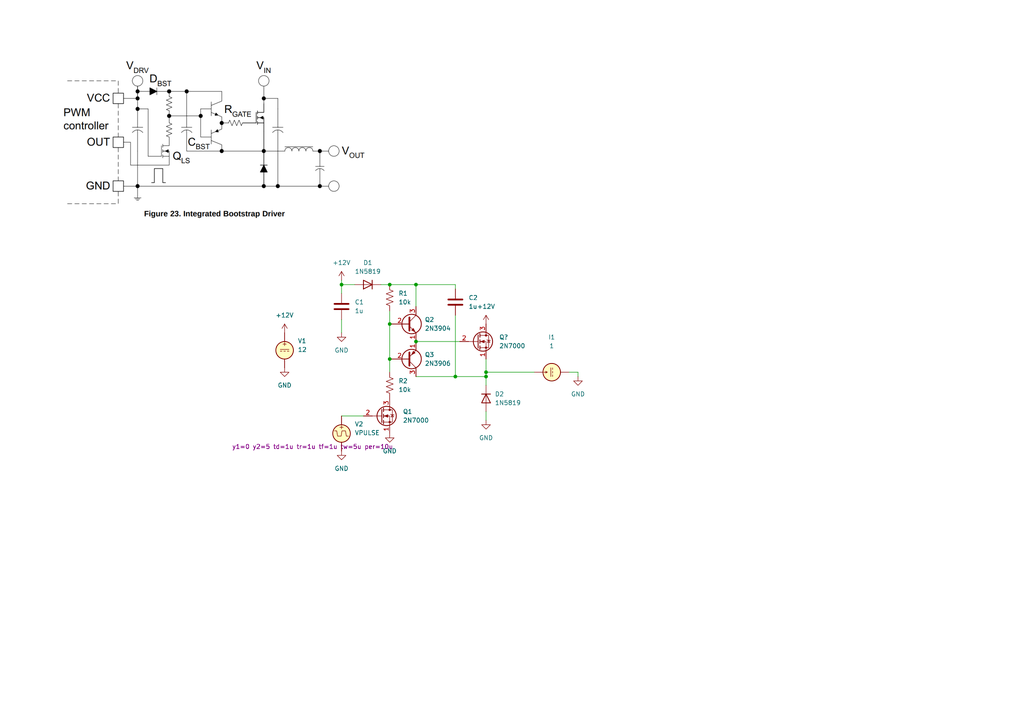
<source format=kicad_sch>
(kicad_sch (version 20211123) (generator eeschema)
  (paper "A4")
  (lib_symbols
    (symbol "Device:C" (pin_numbers hide) (pin_names (offset 0.254))
      (property "Reference" "C" (at 0.635 2.54 0))
      (property "Value" "C" (at 0.635 -2.54 0))
      (symbol "C_0_1"
        (polyline (pts (xy -2.032 -0.762) (xy 2.032 -0.762)) (stroke (width 0.508)))
        (polyline (pts (xy -2.032 0.762) (xy 2.032 0.762)) (stroke (width 0.508)))
      )
      (symbol "C_1_1"
        (pin passive line (at 0 3.81 270) (length 2.794) (name "~") (number "1"))
        (pin passive line (at 0 -3.81 90) (length 2.794) (name "~") (number "2"))
      )
    )
    (symbol "Device:D" (pin_numbers hide) (pin_names (offset 1.016) hide)
      (property "Reference" "D" (at 0 2.54 0))
      (property "Value" "D" (at 0 -2.54 0))
      (symbol "D_0_1"
        (polyline (pts (xy -1.27 1.27) (xy -1.27 -1.27)) (stroke (width 0.254)))
        (polyline (pts (xy 1.27 0) (xy -1.27 0)))
        (polyline (pts (xy 1.27 1.27) (xy 1.27 -1.27) (xy -1.27 0) (xy 1.27 1.27)) (stroke (width 0.254)))
      )
      (symbol "D_1_1"
        (pin passive line (at -3.81 0 0) (length 2.54) (name "K") (number "1"))
        (pin passive line (at 3.81 0 180) (length 2.54) (name "A") (number "2"))
      )
    )
    (symbol "Device:R_US" (pin_numbers hide) (pin_names (offset 0))
      (property "Reference" "R" (at 2.54 0 90))
      (property "Value" "R_US" (at -2.54 0 90))
      (symbol "R_US_0_1"
        (polyline (pts (xy 0 -2.286) (xy 0 -2.54)))
        (polyline (pts (xy 0 2.286) (xy 0 2.54)))
        (polyline (pts (xy 0 -0.762) (xy 1.016 -1.143) (xy 0 -1.524) (xy -1.016 -1.905) (xy 0 -2.286)))
        (polyline (pts (xy 0 0.762) (xy 1.016 0.381) (xy 0 0) (xy -1.016 -0.381) (xy 0 -0.762)))
        (polyline (pts (xy 0 2.286) (xy 1.016 1.905) (xy 0 1.524) (xy -1.016 1.143) (xy 0 0.762)))
      )
      (symbol "R_US_1_1"
        (pin passive line (at 0 3.81 270) (length 1.27) (name "~") (number "1"))
        (pin passive line (at 0 -3.81 90) (length 1.27) (name "~") (number "2"))
      )
    )
    (symbol "Simulation_SPICE:IDC" (pin_numbers hide) (pin_names (offset 0.0254))
      (property "Reference" "I" (at 2.54 2.54 0))
      (property "Value" "IDC" (at 2.54 0 0))
      (property "Spice_Model" "dc(1)" (at 2.54 -2.54 0))
      (symbol "IDC_0_0"
        (polyline (pts (xy -1.27 0.254) (xy 1.27 0.254)))
        (polyline (pts (xy -0.762 -0.254) (xy -1.27 -0.254)))
        (polyline (pts (xy 0.254 -0.254) (xy -0.254 -0.254)))
        (polyline (pts (xy 1.27 -0.254) (xy 0.762 -0.254)))
      )
      (symbol "IDC_0_1"
        (polyline (pts (xy 0 1.27) (xy 0 2.286)))
        (polyline (pts (xy -0.254 1.778) (xy 0 1.27) (xy 0.254 1.778)))
        (circle (center 0 0) (radius 2.54) (stroke (width 0.254)) (fill (type background)))
      )
      (symbol "IDC_1_1"
        (pin passive line (at 0 5.08 270) (length 2.54) (name "~") (number "1"))
        (pin passive line (at 0 -5.08 90) (length 2.54) (name "~") (number "2"))
      )
    )
    (symbol "Simulation_SPICE:VDC" (pin_numbers hide) (pin_names (offset 0.0254))
      (property "Reference" "V" (at 2.54 2.54 0))
      (property "Value" "VDC" (at 2.54 0 0))
      (property "Spice_Model" "dc(1)" (at 2.54 -2.54 0))
      (symbol "VDC_0_0"
        (polyline (pts (xy -1.27 0.254) (xy 1.27 0.254)))
        (polyline (pts (xy -0.762 -0.254) (xy -1.27 -0.254)))
        (polyline (pts (xy 0.254 -0.254) (xy -0.254 -0.254)))
        (polyline (pts (xy 1.27 -0.254) (xy 0.762 -0.254)))
        (text "+" (at 0 1.905 0) (effects (font (size 1.27 1.27))))
      )
      (symbol "VDC_0_1"
        (circle (center 0 0) (radius 2.54) (stroke (width 0.254)) (fill (type background)))
      )
      (symbol "VDC_1_1"
        (pin passive line (at 0 5.08 270) (length 2.54) (name "~") (number "1"))
        (pin passive line (at 0 -5.08 90) (length 2.54) (name "~") (number "2"))
      )
    )
    (symbol "Simulation_SPICE:VPULSE" (pin_numbers hide) (pin_names (offset 0.0254))
      (property "Reference" "V" (at 2.54 2.54 0))
      (property "Value" "VPULSE" (at 2.54 0 0))
      (property "Spice_Model" "pulse(0 1 2n 2n 2n 50n 100n)" (at 2.54 -2.54 0))
      (symbol "VPULSE_0_0"
        (polyline (pts (xy -2.032 -0.762) (xy -1.397 -0.762) (xy -1.143 0.762) (xy -0.127 0.762) (xy 0.127 -0.762) (xy 1.143 -0.762) (xy 1.397 0.762) (xy 2.032 0.762)))
        (text "+" (at 0 1.905 0) (effects (font (size 1.27 1.27))))
      )
      (symbol "VPULSE_0_1"
        (circle (center 0 0) (radius 2.54) (stroke (width 0.254)) (fill (type background)))
      )
      (symbol "VPULSE_1_1"
        (pin passive line (at 0 5.08 270) (length 2.54) (name "~") (number "1"))
        (pin passive line (at 0 -5.08 90) (length 2.54) (name "~") (number "2"))
      )
    )
    (symbol "Transistor_BJT:2N3904" (pin_names (offset 0) hide)
      (property "Reference" "Q" (at 5.08 1.905 0))
      (property "Value" "2N3904" (at 5.08 0 0))
      (symbol "2N3904_0_1"
        (polyline (pts (xy 0.635 0.635) (xy 2.54 2.54)))
        (polyline (pts (xy 0.635 -0.635) (xy 2.54 -2.54) (xy 2.54 -2.54)))
        (polyline (pts (xy 0.635 1.905) (xy 0.635 -1.905) (xy 0.635 -1.905)) (stroke (width 0.508)))
        (polyline (pts (xy 1.27 -1.778) (xy 1.778 -1.27) (xy 2.286 -2.286) (xy 1.27 -1.778) (xy 1.27 -1.778)) (fill (type outline)))
        (circle (center 1.27 0) (radius 2.8194) (stroke (width 0.254)))
      )
      (symbol "2N3904_1_1"
        (pin passive line (at 2.54 -5.08 90) (length 2.54) (name "E") (number "1"))
        (pin passive line (at -5.08 0 0) (length 5.715) (name "B") (number "2"))
        (pin passive line (at 2.54 5.08 270) (length 2.54) (name "C") (number "3"))
      )
    )
    (symbol "Transistor_BJT:2N3906" (pin_names (offset 0) hide)
      (property "Reference" "Q" (at 5.08 1.905 0))
      (property "Value" "2N3906" (at 5.08 0 0))
      (symbol "2N3906_0_1"
        (polyline (pts (xy 0.635 0.635) (xy 2.54 2.54)))
        (polyline (pts (xy 0.635 -0.635) (xy 2.54 -2.54) (xy 2.54 -2.54)))
        (polyline (pts (xy 0.635 1.905) (xy 0.635 -1.905) (xy 0.635 -1.905)) (stroke (width 0.508)))
        (polyline (pts (xy 2.286 -1.778) (xy 1.778 -2.286) (xy 1.27 -1.27) (xy 2.286 -1.778) (xy 2.286 -1.778)) (fill (type outline)))
        (circle (center 1.27 0) (radius 2.8194) (stroke (width 0.254)))
      )
      (symbol "2N3906_1_1"
        (pin passive line (at 2.54 -5.08 90) (length 2.54) (name "E") (number "1"))
        (pin input line (at -5.08 0 0) (length 5.715) (name "B") (number "2"))
        (pin passive line (at 2.54 5.08 270) (length 2.54) (name "C") (number "3"))
      )
    )
    (symbol "Transistor_FET:2N7000" (pin_names hide)
      (property "Reference" "Q" (at 5.08 1.905 0))
      (property "Value" "2N7000" (at 5.08 0 0))
      (symbol "2N7000_0_1"
        (polyline (pts (xy 0.254 0) (xy -2.54 0)))
        (polyline (pts (xy 0.254 1.905) (xy 0.254 -1.905)) (stroke (width 0.254)))
        (polyline (pts (xy 0.762 -1.27) (xy 0.762 -2.286)) (stroke (width 0.254)))
        (polyline (pts (xy 0.762 0.508) (xy 0.762 -0.508)) (stroke (width 0.254)))
        (polyline (pts (xy 0.762 2.286) (xy 0.762 1.27)) (stroke (width 0.254)))
        (polyline (pts (xy 2.54 2.54) (xy 2.54 1.778)))
        (polyline (pts (xy 2.54 -2.54) (xy 2.54 0) (xy 0.762 0)))
        (polyline (pts (xy 0.762 -1.778) (xy 3.302 -1.778) (xy 3.302 1.778) (xy 0.762 1.778)))
        (polyline (pts (xy 1.016 0) (xy 2.032 0.381) (xy 2.032 -0.381) (xy 1.016 0)) (fill (type outline)))
        (polyline (pts (xy 2.794 0.508) (xy 2.921 0.381) (xy 3.683 0.381) (xy 3.81 0.254)))
        (polyline (pts (xy 3.302 0.381) (xy 2.921 -0.254) (xy 3.683 -0.254) (xy 3.302 0.381)))
        (circle (center 1.651 0) (radius 2.794) (stroke (width 0.254)))
        (circle (center 2.54 -1.778) (radius 0.254) (fill (type outline)))
        (circle (center 2.54 1.778) (radius 0.254) (fill (type outline)))
      )
      (symbol "2N7000_1_1"
        (pin passive line (at 2.54 -5.08 90) (length 2.54) (name "S") (number "1"))
        (pin input line (at -5.08 0 0) (length 2.54) (name "G") (number "2"))
        (pin passive line (at 2.54 5.08 270) (length 2.54) (name "D") (number "3"))
      )
    )
    (symbol "power:+12V" (power) (pin_names (offset 0))
      (property "Value" "+12V" (at 0 3.556 0))
      (symbol "+12V_0_1"
        (polyline (pts (xy -0.762 1.27) (xy 0 2.54)))
        (polyline (pts (xy 0 0) (xy 0 2.54)))
        (polyline (pts (xy 0 2.54) (xy 0.762 1.27)))
      )
      (symbol "+12V_1_1"
        (pin power_in line (at 0 0 90) (length 0) hide (name "+12V") (number "1"))
      )
    )
    (symbol "power:GND" (power) (pin_names (offset 0))
      (property "Value" "GND" (at 0 -3.81 0))
      (symbol "GND_0_1"
        (polyline (pts (xy 0 0) (xy 0 -1.27) (xy 1.27 -1.27) (xy 0 -2.54) (xy -1.27 -1.27) (xy 0 -1.27)))
      )
      (symbol "GND_1_1"
        (pin power_in line (at 0 0 270) (length 0) hide (name "GND") (number "1"))
      )
    )
  )
  (junction (at 113.03 104.14))
  (junction (at 120.65 82.55))
  (junction (at 140.97 107.95))
  (junction (at 113.03 93.98))
  (junction (at 140.97 109.22))
  (junction (at 113.03 82.55))
  (junction (at 132.08 109.22))
  (junction (at 120.65 99.06))
  (junction (at 99.06 82.55))
  (wire (pts (xy 99.06 120.65) (xy 105.41 120.65)))
  (wire (pts (xy 113.03 104.14) (xy 113.03 107.95)))
  (wire (pts (xy 140.97 109.22) (xy 140.97 111.76)))
  (wire (pts (xy 165.1 107.95) (xy 167.64 107.95)))
  (wire (pts (xy 140.97 109.22) (xy 140.97 107.95)))
  (wire (pts (xy 132.08 83.82) (xy 132.08 82.55)))
  (wire (pts (xy 110.49 82.55) (xy 113.03 82.55)))
  (wire (pts (xy 120.65 82.55) (xy 113.03 82.55)))
  (wire (pts (xy 167.64 109.22) (xy 167.64 107.95)))
  (wire (pts (xy 99.06 92.71) (xy 99.06 96.52)))
  (wire (pts (xy 99.06 82.55) (xy 99.06 85.09)))
  (wire (pts (xy 113.03 93.98) (xy 113.03 104.14)))
  (wire (pts (xy 102.87 82.55) (xy 99.06 82.55)))
  (wire (pts (xy 120.65 88.9) (xy 120.65 82.55)))
  (wire (pts (xy 132.08 109.22) (xy 140.97 109.22)))
  (wire (pts (xy 120.65 99.06) (xy 133.35 99.06)))
  (wire (pts (xy 120.65 82.55) (xy 132.08 82.55)))
  (wire (pts (xy 132.08 91.44) (xy 132.08 109.22)))
  (wire (pts (xy 140.97 119.38) (xy 140.97 121.92)))
  (wire (pts (xy 99.06 82.55) (xy 99.06 81.28)))
  (wire (pts (xy 140.97 107.95) (xy 154.94 107.95)))
  (wire (pts (xy 140.97 107.95) (xy 140.97 104.14)))
  (wire (pts (xy 120.65 109.22) (xy 132.08 109.22)))
  (wire (pts (xy 113.03 90.17) (xy 113.03 93.98)))
  (image (at 63.5 40.64))
  (symbol (lib_id "Transistor_BJT:2N3906") (at 118.11 104.14 0) (mirror x) (unit 1)
    (property "Reference" "Q3" (at 123.19 102.8699 0) (effects (justify left)))
    (property "Value" "2N3906" (at 123.19 105.4099 0) (effects (justify left)))
    (property "Footprint" "Package_TO_SOT_THT:TO-92_Inline" (effects hide))
    (property "Datasheet" "https://www.onsemi.com/pub/Collateral/2N3906-D.PDF" (effects hide))
    (property "Spice_Primitive" "Q" (effects hide))
    (property "Spice_Model" "2N3906" (effects hide))
    (property "Spice_Netlist_Enabled" "Y" (effects hide))
    (property "Spice_Lib_File" "spice.lib" (effects hide))
  )
  (symbol (lib_id "power:GND") (at 99.06 96.52 0) (unit 1)
    (property "Reference" "#PWR04" (effects hide))
    (property "Value" "GND" (at 99.06 101.6 0))
  )
  (symbol (lib_id "power:GND") (at 167.64 109.22 0) (unit 1)
    (property "Reference" "#PWR09" (effects hide))
    (property "Value" "GND" (at 167.64 114.3 0))
  )
  (symbol (lib_id "Device:C") (at 132.08 87.63 0) (unit 1)
    (property "Reference" "C2" (at 135.89 86.3599 0) (effects (justify left)))
    (property "Value" "1u" (at 135.89 88.8999 0) (effects (justify left)))
  )
  (symbol (lib_id "Transistor_BJT:2N3904") (at 118.11 93.98 0) (unit 1)
    (property "Reference" "Q2" (at 123.19 92.7099 0) (effects (justify left)))
    (property "Value" "2N3904" (at 123.19 95.2499 0) (effects (justify left)))
    (property "Footprint" "Package_TO_SOT_THT:TO-92_Inline" (effects hide))
    (property "Datasheet" "https://www.onsemi.com/pub/Collateral/2N3903-D.PDF" (effects hide))
    (property "Spice_Primitive" "Q" (effects hide))
    (property "Spice_Model" "2N3904" (effects hide))
    (property "Spice_Netlist_Enabled" "Y" (effects hide))
    (property "Spice_Lib_File" "spice.lib" (effects hide))
  )
  (symbol (lib_id "power:GND") (at 82.55 106.68 0) (unit 1)
    (property "Reference" "#PWR02" (effects hide))
    (property "Value" "GND" (at 82.55 111.76 0))
  )
  (symbol (lib_id "Device:C") (at 99.06 88.9 0) (unit 1)
    (property "Reference" "C1" (at 102.87 87.6299 0) (effects (justify left)))
    (property "Value" "1u" (at 102.87 90.1699 0) (effects (justify left)))
  )
  (symbol (lib_id "Transistor_FET:2N7000") (at 138.43 99.06 0) (unit 1)
    (property "Reference" "Q?" (at 144.78 97.7899 0) (effects (justify left)))
    (property "Value" "2N7000" (at 144.78 100.3299 0) (effects (justify left)))
    (property "Footprint" "Package_TO_SOT_THT:TO-92_Inline" (effects hide))
    (property "Datasheet" "https://www.onsemi.com/pub/Collateral/NDS7002A-D.PDF" (effects hide))
    (property "Spice_Primitive" "M" (effects hide))
    (property "Spice_Model" "2N7000" (effects hide))
    (property "Spice_Netlist_Enabled" "Y" (effects hide))
    (property "Spice_Lib_File" "spice.lib" (effects hide))
  )
  (symbol (lib_id "power:+12V") (at 82.55 96.52 0) (unit 1)
    (property "Reference" "#PWR01" (effects hide))
    (property "Value" "+12V" (at 82.55 91.44 0))
  )
  (symbol (lib_id "Transistor_FET:2N7000") (at 110.49 120.65 0) (unit 1)
    (property "Reference" "Q1" (at 116.84 119.3799 0) (effects (justify left)))
    (property "Value" "2N7000" (at 116.84 121.9199 0) (effects (justify left)))
    (property "Footprint" "Package_TO_SOT_THT:TO-92_Inline" (effects hide))
    (property "Datasheet" "https://www.onsemi.com/pub/Collateral/NDS7002A-D.PDF" (effects hide))
    (property "Spice_Primitive" "M" (effects hide))
    (property "Spice_Model" "2N7000" (effects hide))
    (property "Spice_Netlist_Enabled" "Y" (effects hide))
    (property "Spice_Lib_File" "spice.lib" (effects hide))
  )
  (symbol (lib_id "Device:R_US") (at 113.03 111.76 0) (unit 1)
    (property "Reference" "R2" (at 115.57 110.4899 0) (effects (justify left)))
    (property "Value" "10k" (at 115.57 113.0299 0) (effects (justify left)))
  )
  (symbol (lib_id "power:GND") (at 113.03 125.73 0) (unit 1)
    (property "Reference" "#PWR06" (effects hide))
    (property "Value" "GND" (at 113.03 130.81 0))
  )
  (symbol (lib_id "power:+12V") (at 140.97 93.98 0) (unit 1)
    (property "Reference" "#PWR07" (effects hide))
    (property "Value" "+12V" (at 140.97 88.9 0))
  )
  (symbol (lib_id "Simulation_SPICE:IDC") (at 160.02 107.95 90) (unit 1)
    (property "Reference" "I1" (at 160.02 97.79 90))
    (property "Value" "IDC" (at 160.02 100.33 90))
    (property "Spice_Netlist_Enabled" "Y" (effects hide))
    (property "Spice_Primitive" "I" (effects hide))
    (property "Spice_Model" "dc(1)" (at 160.02 102.87 90))
  )
  (symbol (lib_id "power:GND") (at 99.06 130.81 0) (unit 1)
    (property "Reference" "#PWR05" (effects hide))
    (property "Value" "GND" (at 99.06 135.89 0))
  )
  (symbol (lib_id "Simulation_SPICE:VPULSE") (at 99.06 125.73 0) (mirror y) (unit 1)
    (property "Reference" "V2" (at 102.87 123.0001 0) (effects (justify right)))
    (property "Value" "VPULSE" (at 102.87 125.5401 0) (effects (justify right)))
    (property "Spice_Netlist_Enabled" "Y" (effects hide))
    (property "Spice_Primitive" "V" (effects hide))
    (property "Spice_Model" "pulse(0 5 1u 1u 1u 5u 10u)" (at 67.31 129.54 0) (effects (justify right)))
  )
  (symbol (lib_id "power:+12V") (at 99.06 81.28 0) (unit 1)
    (property "Reference" "#PWR03" (effects hide))
    (property "Value" "+12V" (at 99.06 76.2 0))
  )
  (symbol (lib_id "power:GND") (at 140.97 121.92 0) (unit 1)
    (property "Reference" "#PWR08" (effects hide))
    (property "Value" "GND" (at 140.97 127 0))
  )
  (symbol (lib_id "Device:R_US") (at 113.03 86.36 0) (unit 1)
    (property "Reference" "R1" (at 115.57 85.0899 0) (effects (justify left)))
    (property "Value" "10k" (at 115.57 87.6299 0) (effects (justify left)))
  )
  (symbol (lib_id "Device:D") (at 106.68 82.55 180) (unit 1)
    (property "Reference" "D1" (at 106.68 76.2 0))
    (property "Value" "1N5819" (at 106.68 78.74 0))
    (property "Spice_Primitive" "D" (effects hide))
    (property "Spice_Model" "1N4001" (effects hide))
    (property "Spice_Netlist_Enabled" "Y" (effects hide))
    (property "Spice_Lib_File" "spice.lib" (effects hide))
  )
  (symbol (lib_id "Device:D") (at 140.97 115.57 270) (unit 1)
    (property "Reference" "D2" (at 143.51 114.2999 90) (effects (justify left)))
    (property "Value" "1N5819" (at 143.51 116.8399 90) (effects (justify left)))
    (property "Spice_Primitive" "D" (effects hide))
    (property "Spice_Model" "1N4001" (effects hide))
    (property "Spice_Netlist_Enabled" "Y" (effects hide))
    (property "Spice_Lib_File" "spice.lib" (effects hide))
  )
  (symbol (lib_id "Simulation_SPICE:VDC") (at 82.55 101.6 0) (unit 1)
    (property "Reference" "V1" (at 86.36 98.8701 0) (effects (justify left)))
    (property "Value" "VDC" (at 86.36 101.4101 0) (effects (justify left)))
    (property "Spice_Netlist_Enabled" "Y" (effects hide))
    (property "Spice_Primitive" "V" (effects hide))
    (property "Spice_Model" "dc(12)" (at 86.36 103.9501 0) (effects (justify left)))
  )
)
</source>
